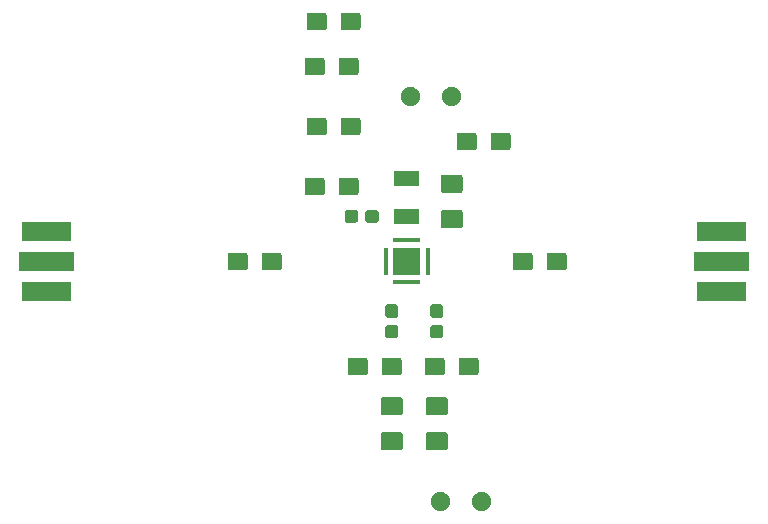
<source format=gbr>
G04 #@! TF.GenerationSoftware,KiCad,Pcbnew,5.1.2-f72e74a~84~ubuntu18.04.1*
G04 #@! TF.CreationDate,2019-07-08T14:48:41+02:00*
G04 #@! TF.ProjectId,ampli_rf_kicad,616d706c-695f-4726-965f-6b696361642e,rev?*
G04 #@! TF.SameCoordinates,Original*
G04 #@! TF.FileFunction,Soldermask,Top*
G04 #@! TF.FilePolarity,Negative*
%FSLAX46Y46*%
G04 Gerber Fmt 4.6, Leading zero omitted, Abs format (unit mm)*
G04 Created by KiCad (PCBNEW 5.1.2-f72e74a~84~ubuntu18.04.1) date 2019-07-08 14:48:41*
%MOMM*%
%LPD*%
G04 APERTURE LIST*
%ADD10C,0.100000*%
G04 APERTURE END LIST*
D10*
G36*
X153907142Y-143998242D02*
G01*
X154055101Y-144059529D01*
X154188255Y-144148499D01*
X154301501Y-144261745D01*
X154390471Y-144394899D01*
X154451758Y-144542858D01*
X154483000Y-144699925D01*
X154483000Y-144860075D01*
X154451758Y-145017142D01*
X154390471Y-145165101D01*
X154301501Y-145298255D01*
X154188255Y-145411501D01*
X154055101Y-145500471D01*
X153907142Y-145561758D01*
X153750075Y-145593000D01*
X153589925Y-145593000D01*
X153432858Y-145561758D01*
X153284899Y-145500471D01*
X153151745Y-145411501D01*
X153038499Y-145298255D01*
X152949529Y-145165101D01*
X152888242Y-145017142D01*
X152857000Y-144860075D01*
X152857000Y-144699925D01*
X152888242Y-144542858D01*
X152949529Y-144394899D01*
X153038499Y-144261745D01*
X153151745Y-144148499D01*
X153284899Y-144059529D01*
X153432858Y-143998242D01*
X153589925Y-143967000D01*
X153750075Y-143967000D01*
X153907142Y-143998242D01*
X153907142Y-143998242D01*
G37*
G36*
X150407142Y-143998242D02*
G01*
X150555101Y-144059529D01*
X150688255Y-144148499D01*
X150801501Y-144261745D01*
X150890471Y-144394899D01*
X150951758Y-144542858D01*
X150983000Y-144699925D01*
X150983000Y-144860075D01*
X150951758Y-145017142D01*
X150890471Y-145165101D01*
X150801501Y-145298255D01*
X150688255Y-145411501D01*
X150555101Y-145500471D01*
X150407142Y-145561758D01*
X150250075Y-145593000D01*
X150089925Y-145593000D01*
X149932858Y-145561758D01*
X149784899Y-145500471D01*
X149651745Y-145411501D01*
X149538499Y-145298255D01*
X149449529Y-145165101D01*
X149388242Y-145017142D01*
X149357000Y-144860075D01*
X149357000Y-144699925D01*
X149388242Y-144542858D01*
X149449529Y-144394899D01*
X149538499Y-144261745D01*
X149651745Y-144148499D01*
X149784899Y-144059529D01*
X149932858Y-143998242D01*
X150089925Y-143967000D01*
X150250075Y-143967000D01*
X150407142Y-143998242D01*
X150407142Y-143998242D01*
G37*
G36*
X146825562Y-138940681D02*
G01*
X146860481Y-138951274D01*
X146892663Y-138968476D01*
X146920873Y-138991627D01*
X146944024Y-139019837D01*
X146961226Y-139052019D01*
X146971819Y-139086938D01*
X146976000Y-139129395D01*
X146976000Y-140270605D01*
X146971819Y-140313062D01*
X146961226Y-140347981D01*
X146944024Y-140380163D01*
X146920873Y-140408373D01*
X146892663Y-140431524D01*
X146860481Y-140448726D01*
X146825562Y-140459319D01*
X146783105Y-140463500D01*
X145316895Y-140463500D01*
X145274438Y-140459319D01*
X145239519Y-140448726D01*
X145207337Y-140431524D01*
X145179127Y-140408373D01*
X145155976Y-140380163D01*
X145138774Y-140347981D01*
X145128181Y-140313062D01*
X145124000Y-140270605D01*
X145124000Y-139129395D01*
X145128181Y-139086938D01*
X145138774Y-139052019D01*
X145155976Y-139019837D01*
X145179127Y-138991627D01*
X145207337Y-138968476D01*
X145239519Y-138951274D01*
X145274438Y-138940681D01*
X145316895Y-138936500D01*
X146783105Y-138936500D01*
X146825562Y-138940681D01*
X146825562Y-138940681D01*
G37*
G36*
X150635562Y-138940681D02*
G01*
X150670481Y-138951274D01*
X150702663Y-138968476D01*
X150730873Y-138991627D01*
X150754024Y-139019837D01*
X150771226Y-139052019D01*
X150781819Y-139086938D01*
X150786000Y-139129395D01*
X150786000Y-140270605D01*
X150781819Y-140313062D01*
X150771226Y-140347981D01*
X150754024Y-140380163D01*
X150730873Y-140408373D01*
X150702663Y-140431524D01*
X150670481Y-140448726D01*
X150635562Y-140459319D01*
X150593105Y-140463500D01*
X149126895Y-140463500D01*
X149084438Y-140459319D01*
X149049519Y-140448726D01*
X149017337Y-140431524D01*
X148989127Y-140408373D01*
X148965976Y-140380163D01*
X148948774Y-140347981D01*
X148938181Y-140313062D01*
X148934000Y-140270605D01*
X148934000Y-139129395D01*
X148938181Y-139086938D01*
X148948774Y-139052019D01*
X148965976Y-139019837D01*
X148989127Y-138991627D01*
X149017337Y-138968476D01*
X149049519Y-138951274D01*
X149084438Y-138940681D01*
X149126895Y-138936500D01*
X150593105Y-138936500D01*
X150635562Y-138940681D01*
X150635562Y-138940681D01*
G37*
G36*
X150635562Y-135965681D02*
G01*
X150670481Y-135976274D01*
X150702663Y-135993476D01*
X150730873Y-136016627D01*
X150754024Y-136044837D01*
X150771226Y-136077019D01*
X150781819Y-136111938D01*
X150786000Y-136154395D01*
X150786000Y-137295605D01*
X150781819Y-137338062D01*
X150771226Y-137372981D01*
X150754024Y-137405163D01*
X150730873Y-137433373D01*
X150702663Y-137456524D01*
X150670481Y-137473726D01*
X150635562Y-137484319D01*
X150593105Y-137488500D01*
X149126895Y-137488500D01*
X149084438Y-137484319D01*
X149049519Y-137473726D01*
X149017337Y-137456524D01*
X148989127Y-137433373D01*
X148965976Y-137405163D01*
X148948774Y-137372981D01*
X148938181Y-137338062D01*
X148934000Y-137295605D01*
X148934000Y-136154395D01*
X148938181Y-136111938D01*
X148948774Y-136077019D01*
X148965976Y-136044837D01*
X148989127Y-136016627D01*
X149017337Y-135993476D01*
X149049519Y-135976274D01*
X149084438Y-135965681D01*
X149126895Y-135961500D01*
X150593105Y-135961500D01*
X150635562Y-135965681D01*
X150635562Y-135965681D01*
G37*
G36*
X146825562Y-135965681D02*
G01*
X146860481Y-135976274D01*
X146892663Y-135993476D01*
X146920873Y-136016627D01*
X146944024Y-136044837D01*
X146961226Y-136077019D01*
X146971819Y-136111938D01*
X146976000Y-136154395D01*
X146976000Y-137295605D01*
X146971819Y-137338062D01*
X146961226Y-137372981D01*
X146944024Y-137405163D01*
X146920873Y-137433373D01*
X146892663Y-137456524D01*
X146860481Y-137473726D01*
X146825562Y-137484319D01*
X146783105Y-137488500D01*
X145316895Y-137488500D01*
X145274438Y-137484319D01*
X145239519Y-137473726D01*
X145207337Y-137456524D01*
X145179127Y-137433373D01*
X145155976Y-137405163D01*
X145138774Y-137372981D01*
X145128181Y-137338062D01*
X145124000Y-137295605D01*
X145124000Y-136154395D01*
X145128181Y-136111938D01*
X145138774Y-136077019D01*
X145155976Y-136044837D01*
X145179127Y-136016627D01*
X145207337Y-135993476D01*
X145239519Y-135976274D01*
X145274438Y-135965681D01*
X145316895Y-135961500D01*
X146783105Y-135961500D01*
X146825562Y-135965681D01*
X146825562Y-135965681D01*
G37*
G36*
X153252798Y-132628247D02*
G01*
X153288367Y-132639037D01*
X153321139Y-132656554D01*
X153349869Y-132680131D01*
X153373446Y-132708861D01*
X153390963Y-132741633D01*
X153401753Y-132777202D01*
X153406000Y-132820325D01*
X153406000Y-133879675D01*
X153401753Y-133922798D01*
X153390963Y-133958367D01*
X153373446Y-133991139D01*
X153349869Y-134019869D01*
X153321139Y-134043446D01*
X153288367Y-134060963D01*
X153252798Y-134071753D01*
X153209675Y-134076000D01*
X151925325Y-134076000D01*
X151882202Y-134071753D01*
X151846633Y-134060963D01*
X151813861Y-134043446D01*
X151785131Y-134019869D01*
X151761554Y-133991139D01*
X151744037Y-133958367D01*
X151733247Y-133922798D01*
X151729000Y-133879675D01*
X151729000Y-132820325D01*
X151733247Y-132777202D01*
X151744037Y-132741633D01*
X151761554Y-132708861D01*
X151785131Y-132680131D01*
X151813861Y-132656554D01*
X151846633Y-132639037D01*
X151882202Y-132628247D01*
X151925325Y-132624000D01*
X153209675Y-132624000D01*
X153252798Y-132628247D01*
X153252798Y-132628247D01*
G37*
G36*
X150377798Y-132628247D02*
G01*
X150413367Y-132639037D01*
X150446139Y-132656554D01*
X150474869Y-132680131D01*
X150498446Y-132708861D01*
X150515963Y-132741633D01*
X150526753Y-132777202D01*
X150531000Y-132820325D01*
X150531000Y-133879675D01*
X150526753Y-133922798D01*
X150515963Y-133958367D01*
X150498446Y-133991139D01*
X150474869Y-134019869D01*
X150446139Y-134043446D01*
X150413367Y-134060963D01*
X150377798Y-134071753D01*
X150334675Y-134076000D01*
X149050325Y-134076000D01*
X149007202Y-134071753D01*
X148971633Y-134060963D01*
X148938861Y-134043446D01*
X148910131Y-134019869D01*
X148886554Y-133991139D01*
X148869037Y-133958367D01*
X148858247Y-133922798D01*
X148854000Y-133879675D01*
X148854000Y-132820325D01*
X148858247Y-132777202D01*
X148869037Y-132741633D01*
X148886554Y-132708861D01*
X148910131Y-132680131D01*
X148938861Y-132656554D01*
X148971633Y-132639037D01*
X149007202Y-132628247D01*
X149050325Y-132624000D01*
X150334675Y-132624000D01*
X150377798Y-132628247D01*
X150377798Y-132628247D01*
G37*
G36*
X143860298Y-132628247D02*
G01*
X143895867Y-132639037D01*
X143928639Y-132656554D01*
X143957369Y-132680131D01*
X143980946Y-132708861D01*
X143998463Y-132741633D01*
X144009253Y-132777202D01*
X144013500Y-132820325D01*
X144013500Y-133879675D01*
X144009253Y-133922798D01*
X143998463Y-133958367D01*
X143980946Y-133991139D01*
X143957369Y-134019869D01*
X143928639Y-134043446D01*
X143895867Y-134060963D01*
X143860298Y-134071753D01*
X143817175Y-134076000D01*
X142532825Y-134076000D01*
X142489702Y-134071753D01*
X142454133Y-134060963D01*
X142421361Y-134043446D01*
X142392631Y-134019869D01*
X142369054Y-133991139D01*
X142351537Y-133958367D01*
X142340747Y-133922798D01*
X142336500Y-133879675D01*
X142336500Y-132820325D01*
X142340747Y-132777202D01*
X142351537Y-132741633D01*
X142369054Y-132708861D01*
X142392631Y-132680131D01*
X142421361Y-132656554D01*
X142454133Y-132639037D01*
X142489702Y-132628247D01*
X142532825Y-132624000D01*
X143817175Y-132624000D01*
X143860298Y-132628247D01*
X143860298Y-132628247D01*
G37*
G36*
X146735298Y-132628247D02*
G01*
X146770867Y-132639037D01*
X146803639Y-132656554D01*
X146832369Y-132680131D01*
X146855946Y-132708861D01*
X146873463Y-132741633D01*
X146884253Y-132777202D01*
X146888500Y-132820325D01*
X146888500Y-133879675D01*
X146884253Y-133922798D01*
X146873463Y-133958367D01*
X146855946Y-133991139D01*
X146832369Y-134019869D01*
X146803639Y-134043446D01*
X146770867Y-134060963D01*
X146735298Y-134071753D01*
X146692175Y-134076000D01*
X145407825Y-134076000D01*
X145364702Y-134071753D01*
X145329133Y-134060963D01*
X145296361Y-134043446D01*
X145267631Y-134019869D01*
X145244054Y-133991139D01*
X145226537Y-133958367D01*
X145215747Y-133922798D01*
X145211500Y-133879675D01*
X145211500Y-132820325D01*
X145215747Y-132777202D01*
X145226537Y-132741633D01*
X145244054Y-132708861D01*
X145267631Y-132680131D01*
X145296361Y-132656554D01*
X145329133Y-132639037D01*
X145364702Y-132628247D01*
X145407825Y-132624000D01*
X146692175Y-132624000D01*
X146735298Y-132628247D01*
X146735298Y-132628247D01*
G37*
G36*
X150224499Y-129843445D02*
G01*
X150261995Y-129854820D01*
X150296554Y-129873292D01*
X150326847Y-129898153D01*
X150351708Y-129928446D01*
X150370180Y-129963005D01*
X150381555Y-130000501D01*
X150386000Y-130045638D01*
X150386000Y-130784362D01*
X150381555Y-130829499D01*
X150370180Y-130866995D01*
X150351708Y-130901554D01*
X150326847Y-130931847D01*
X150296554Y-130956708D01*
X150261995Y-130975180D01*
X150224499Y-130986555D01*
X150179362Y-130991000D01*
X149540638Y-130991000D01*
X149495501Y-130986555D01*
X149458005Y-130975180D01*
X149423446Y-130956708D01*
X149393153Y-130931847D01*
X149368292Y-130901554D01*
X149349820Y-130866995D01*
X149338445Y-130829499D01*
X149334000Y-130784362D01*
X149334000Y-130045638D01*
X149338445Y-130000501D01*
X149349820Y-129963005D01*
X149368292Y-129928446D01*
X149393153Y-129898153D01*
X149423446Y-129873292D01*
X149458005Y-129854820D01*
X149495501Y-129843445D01*
X149540638Y-129839000D01*
X150179362Y-129839000D01*
X150224499Y-129843445D01*
X150224499Y-129843445D01*
G37*
G36*
X146414499Y-129843445D02*
G01*
X146451995Y-129854820D01*
X146486554Y-129873292D01*
X146516847Y-129898153D01*
X146541708Y-129928446D01*
X146560180Y-129963005D01*
X146571555Y-130000501D01*
X146576000Y-130045638D01*
X146576000Y-130784362D01*
X146571555Y-130829499D01*
X146560180Y-130866995D01*
X146541708Y-130901554D01*
X146516847Y-130931847D01*
X146486554Y-130956708D01*
X146451995Y-130975180D01*
X146414499Y-130986555D01*
X146369362Y-130991000D01*
X145730638Y-130991000D01*
X145685501Y-130986555D01*
X145648005Y-130975180D01*
X145613446Y-130956708D01*
X145583153Y-130931847D01*
X145558292Y-130901554D01*
X145539820Y-130866995D01*
X145528445Y-130829499D01*
X145524000Y-130784362D01*
X145524000Y-130045638D01*
X145528445Y-130000501D01*
X145539820Y-129963005D01*
X145558292Y-129928446D01*
X145583153Y-129898153D01*
X145613446Y-129873292D01*
X145648005Y-129854820D01*
X145685501Y-129843445D01*
X145730638Y-129839000D01*
X146369362Y-129839000D01*
X146414499Y-129843445D01*
X146414499Y-129843445D01*
G37*
G36*
X150224499Y-128093445D02*
G01*
X150261995Y-128104820D01*
X150296554Y-128123292D01*
X150326847Y-128148153D01*
X150351708Y-128178446D01*
X150370180Y-128213005D01*
X150381555Y-128250501D01*
X150386000Y-128295638D01*
X150386000Y-129034362D01*
X150381555Y-129079499D01*
X150370180Y-129116995D01*
X150351708Y-129151554D01*
X150326847Y-129181847D01*
X150296554Y-129206708D01*
X150261995Y-129225180D01*
X150224499Y-129236555D01*
X150179362Y-129241000D01*
X149540638Y-129241000D01*
X149495501Y-129236555D01*
X149458005Y-129225180D01*
X149423446Y-129206708D01*
X149393153Y-129181847D01*
X149368292Y-129151554D01*
X149349820Y-129116995D01*
X149338445Y-129079499D01*
X149334000Y-129034362D01*
X149334000Y-128295638D01*
X149338445Y-128250501D01*
X149349820Y-128213005D01*
X149368292Y-128178446D01*
X149393153Y-128148153D01*
X149423446Y-128123292D01*
X149458005Y-128104820D01*
X149495501Y-128093445D01*
X149540638Y-128089000D01*
X150179362Y-128089000D01*
X150224499Y-128093445D01*
X150224499Y-128093445D01*
G37*
G36*
X146414499Y-128093445D02*
G01*
X146451995Y-128104820D01*
X146486554Y-128123292D01*
X146516847Y-128148153D01*
X146541708Y-128178446D01*
X146560180Y-128213005D01*
X146571555Y-128250501D01*
X146576000Y-128295638D01*
X146576000Y-129034362D01*
X146571555Y-129079499D01*
X146560180Y-129116995D01*
X146541708Y-129151554D01*
X146516847Y-129181847D01*
X146486554Y-129206708D01*
X146451995Y-129225180D01*
X146414499Y-129236555D01*
X146369362Y-129241000D01*
X145730638Y-129241000D01*
X145685501Y-129236555D01*
X145648005Y-129225180D01*
X145613446Y-129206708D01*
X145583153Y-129181847D01*
X145558292Y-129151554D01*
X145539820Y-129116995D01*
X145528445Y-129079499D01*
X145524000Y-129034362D01*
X145524000Y-128295638D01*
X145528445Y-128250501D01*
X145539820Y-128213005D01*
X145558292Y-128178446D01*
X145583153Y-128148153D01*
X145613446Y-128123292D01*
X145648005Y-128104820D01*
X145685501Y-128093445D01*
X145730638Y-128089000D01*
X146369362Y-128089000D01*
X146414499Y-128093445D01*
X146414499Y-128093445D01*
G37*
G36*
X176071000Y-127811000D02*
G01*
X171909000Y-127811000D01*
X171909000Y-126189000D01*
X176071000Y-126189000D01*
X176071000Y-127811000D01*
X176071000Y-127811000D01*
G37*
G36*
X118921000Y-127811000D02*
G01*
X114759000Y-127811000D01*
X114759000Y-126189000D01*
X118921000Y-126189000D01*
X118921000Y-127811000D01*
X118921000Y-127811000D01*
G37*
G36*
X148486000Y-126411000D02*
G01*
X146154000Y-126411000D01*
X146154000Y-126079000D01*
X148486000Y-126079000D01*
X148486000Y-126411000D01*
X148486000Y-126411000D01*
G37*
G36*
X145701000Y-125626000D02*
G01*
X145369000Y-125626000D01*
X145369000Y-123294000D01*
X145701000Y-123294000D01*
X145701000Y-125626000D01*
X145701000Y-125626000D01*
G37*
G36*
X149271000Y-125626000D02*
G01*
X148939000Y-125626000D01*
X148939000Y-123294000D01*
X149271000Y-123294000D01*
X149271000Y-125626000D01*
X149271000Y-125626000D01*
G37*
G36*
X148446000Y-125586000D02*
G01*
X146194000Y-125586000D01*
X146194000Y-123334000D01*
X148446000Y-123334000D01*
X148446000Y-125586000D01*
X148446000Y-125586000D01*
G37*
G36*
X176341000Y-125271000D02*
G01*
X171639000Y-125271000D01*
X171639000Y-123649000D01*
X176341000Y-123649000D01*
X176341000Y-125271000D01*
X176341000Y-125271000D01*
G37*
G36*
X119191000Y-125271000D02*
G01*
X114489000Y-125271000D01*
X114489000Y-123649000D01*
X119191000Y-123649000D01*
X119191000Y-125271000D01*
X119191000Y-125271000D01*
G37*
G36*
X160705298Y-123738247D02*
G01*
X160740867Y-123749037D01*
X160773639Y-123766554D01*
X160802369Y-123790131D01*
X160825946Y-123818861D01*
X160843463Y-123851633D01*
X160854253Y-123887202D01*
X160858500Y-123930325D01*
X160858500Y-124989675D01*
X160854253Y-125032798D01*
X160843463Y-125068367D01*
X160825946Y-125101139D01*
X160802369Y-125129869D01*
X160773639Y-125153446D01*
X160740867Y-125170963D01*
X160705298Y-125181753D01*
X160662175Y-125186000D01*
X159377825Y-125186000D01*
X159334702Y-125181753D01*
X159299133Y-125170963D01*
X159266361Y-125153446D01*
X159237631Y-125129869D01*
X159214054Y-125101139D01*
X159196537Y-125068367D01*
X159185747Y-125032798D01*
X159181500Y-124989675D01*
X159181500Y-123930325D01*
X159185747Y-123887202D01*
X159196537Y-123851633D01*
X159214054Y-123818861D01*
X159237631Y-123790131D01*
X159266361Y-123766554D01*
X159299133Y-123749037D01*
X159334702Y-123738247D01*
X159377825Y-123734000D01*
X160662175Y-123734000D01*
X160705298Y-123738247D01*
X160705298Y-123738247D01*
G37*
G36*
X133700298Y-123738247D02*
G01*
X133735867Y-123749037D01*
X133768639Y-123766554D01*
X133797369Y-123790131D01*
X133820946Y-123818861D01*
X133838463Y-123851633D01*
X133849253Y-123887202D01*
X133853500Y-123930325D01*
X133853500Y-124989675D01*
X133849253Y-125032798D01*
X133838463Y-125068367D01*
X133820946Y-125101139D01*
X133797369Y-125129869D01*
X133768639Y-125153446D01*
X133735867Y-125170963D01*
X133700298Y-125181753D01*
X133657175Y-125186000D01*
X132372825Y-125186000D01*
X132329702Y-125181753D01*
X132294133Y-125170963D01*
X132261361Y-125153446D01*
X132232631Y-125129869D01*
X132209054Y-125101139D01*
X132191537Y-125068367D01*
X132180747Y-125032798D01*
X132176500Y-124989675D01*
X132176500Y-123930325D01*
X132180747Y-123887202D01*
X132191537Y-123851633D01*
X132209054Y-123818861D01*
X132232631Y-123790131D01*
X132261361Y-123766554D01*
X132294133Y-123749037D01*
X132329702Y-123738247D01*
X132372825Y-123734000D01*
X133657175Y-123734000D01*
X133700298Y-123738247D01*
X133700298Y-123738247D01*
G37*
G36*
X157830298Y-123738247D02*
G01*
X157865867Y-123749037D01*
X157898639Y-123766554D01*
X157927369Y-123790131D01*
X157950946Y-123818861D01*
X157968463Y-123851633D01*
X157979253Y-123887202D01*
X157983500Y-123930325D01*
X157983500Y-124989675D01*
X157979253Y-125032798D01*
X157968463Y-125068367D01*
X157950946Y-125101139D01*
X157927369Y-125129869D01*
X157898639Y-125153446D01*
X157865867Y-125170963D01*
X157830298Y-125181753D01*
X157787175Y-125186000D01*
X156502825Y-125186000D01*
X156459702Y-125181753D01*
X156424133Y-125170963D01*
X156391361Y-125153446D01*
X156362631Y-125129869D01*
X156339054Y-125101139D01*
X156321537Y-125068367D01*
X156310747Y-125032798D01*
X156306500Y-124989675D01*
X156306500Y-123930325D01*
X156310747Y-123887202D01*
X156321537Y-123851633D01*
X156339054Y-123818861D01*
X156362631Y-123790131D01*
X156391361Y-123766554D01*
X156424133Y-123749037D01*
X156459702Y-123738247D01*
X156502825Y-123734000D01*
X157787175Y-123734000D01*
X157830298Y-123738247D01*
X157830298Y-123738247D01*
G37*
G36*
X136575298Y-123738247D02*
G01*
X136610867Y-123749037D01*
X136643639Y-123766554D01*
X136672369Y-123790131D01*
X136695946Y-123818861D01*
X136713463Y-123851633D01*
X136724253Y-123887202D01*
X136728500Y-123930325D01*
X136728500Y-124989675D01*
X136724253Y-125032798D01*
X136713463Y-125068367D01*
X136695946Y-125101139D01*
X136672369Y-125129869D01*
X136643639Y-125153446D01*
X136610867Y-125170963D01*
X136575298Y-125181753D01*
X136532175Y-125186000D01*
X135247825Y-125186000D01*
X135204702Y-125181753D01*
X135169133Y-125170963D01*
X135136361Y-125153446D01*
X135107631Y-125129869D01*
X135084054Y-125101139D01*
X135066537Y-125068367D01*
X135055747Y-125032798D01*
X135051500Y-124989675D01*
X135051500Y-123930325D01*
X135055747Y-123887202D01*
X135066537Y-123851633D01*
X135084054Y-123818861D01*
X135107631Y-123790131D01*
X135136361Y-123766554D01*
X135169133Y-123749037D01*
X135204702Y-123738247D01*
X135247825Y-123734000D01*
X136532175Y-123734000D01*
X136575298Y-123738247D01*
X136575298Y-123738247D01*
G37*
G36*
X148486000Y-122841000D02*
G01*
X146154000Y-122841000D01*
X146154000Y-122509000D01*
X148486000Y-122509000D01*
X148486000Y-122841000D01*
X148486000Y-122841000D01*
G37*
G36*
X176071000Y-122731000D02*
G01*
X171909000Y-122731000D01*
X171909000Y-121109000D01*
X176071000Y-121109000D01*
X176071000Y-122731000D01*
X176071000Y-122731000D01*
G37*
G36*
X118921000Y-122731000D02*
G01*
X114759000Y-122731000D01*
X114759000Y-121109000D01*
X118921000Y-121109000D01*
X118921000Y-122731000D01*
X118921000Y-122731000D01*
G37*
G36*
X151905562Y-120108181D02*
G01*
X151940481Y-120118774D01*
X151972663Y-120135976D01*
X152000873Y-120159127D01*
X152024024Y-120187337D01*
X152041226Y-120219519D01*
X152051819Y-120254438D01*
X152056000Y-120296895D01*
X152056000Y-121438105D01*
X152051819Y-121480562D01*
X152041226Y-121515481D01*
X152024024Y-121547663D01*
X152000873Y-121575873D01*
X151972663Y-121599024D01*
X151940481Y-121616226D01*
X151905562Y-121626819D01*
X151863105Y-121631000D01*
X150396895Y-121631000D01*
X150354438Y-121626819D01*
X150319519Y-121616226D01*
X150287337Y-121599024D01*
X150259127Y-121575873D01*
X150235976Y-121547663D01*
X150218774Y-121515481D01*
X150208181Y-121480562D01*
X150204000Y-121438105D01*
X150204000Y-120296895D01*
X150208181Y-120254438D01*
X150218774Y-120219519D01*
X150235976Y-120187337D01*
X150259127Y-120159127D01*
X150287337Y-120135976D01*
X150319519Y-120118774D01*
X150354438Y-120108181D01*
X150396895Y-120104000D01*
X151863105Y-120104000D01*
X151905562Y-120108181D01*
X151905562Y-120108181D01*
G37*
G36*
X148371000Y-121301000D02*
G01*
X146269000Y-121301000D01*
X146269000Y-119999000D01*
X148371000Y-119999000D01*
X148371000Y-121301000D01*
X148371000Y-121301000D01*
G37*
G36*
X143049499Y-120128445D02*
G01*
X143086995Y-120139820D01*
X143121554Y-120158292D01*
X143151847Y-120183153D01*
X143176708Y-120213446D01*
X143195180Y-120248005D01*
X143206555Y-120285501D01*
X143211000Y-120330638D01*
X143211000Y-120969362D01*
X143206555Y-121014499D01*
X143195180Y-121051995D01*
X143176708Y-121086554D01*
X143151847Y-121116847D01*
X143121554Y-121141708D01*
X143086995Y-121160180D01*
X143049499Y-121171555D01*
X143004362Y-121176000D01*
X142265638Y-121176000D01*
X142220501Y-121171555D01*
X142183005Y-121160180D01*
X142148446Y-121141708D01*
X142118153Y-121116847D01*
X142093292Y-121086554D01*
X142074820Y-121051995D01*
X142063445Y-121014499D01*
X142059000Y-120969362D01*
X142059000Y-120330638D01*
X142063445Y-120285501D01*
X142074820Y-120248005D01*
X142093292Y-120213446D01*
X142118153Y-120183153D01*
X142148446Y-120158292D01*
X142183005Y-120139820D01*
X142220501Y-120128445D01*
X142265638Y-120124000D01*
X143004362Y-120124000D01*
X143049499Y-120128445D01*
X143049499Y-120128445D01*
G37*
G36*
X144799499Y-120128445D02*
G01*
X144836995Y-120139820D01*
X144871554Y-120158292D01*
X144901847Y-120183153D01*
X144926708Y-120213446D01*
X144945180Y-120248005D01*
X144956555Y-120285501D01*
X144961000Y-120330638D01*
X144961000Y-120969362D01*
X144956555Y-121014499D01*
X144945180Y-121051995D01*
X144926708Y-121086554D01*
X144901847Y-121116847D01*
X144871554Y-121141708D01*
X144836995Y-121160180D01*
X144799499Y-121171555D01*
X144754362Y-121176000D01*
X144015638Y-121176000D01*
X143970501Y-121171555D01*
X143933005Y-121160180D01*
X143898446Y-121141708D01*
X143868153Y-121116847D01*
X143843292Y-121086554D01*
X143824820Y-121051995D01*
X143813445Y-121014499D01*
X143809000Y-120969362D01*
X143809000Y-120330638D01*
X143813445Y-120285501D01*
X143824820Y-120248005D01*
X143843292Y-120213446D01*
X143868153Y-120183153D01*
X143898446Y-120158292D01*
X143933005Y-120139820D01*
X143970501Y-120128445D01*
X144015638Y-120124000D01*
X144754362Y-120124000D01*
X144799499Y-120128445D01*
X144799499Y-120128445D01*
G37*
G36*
X143092798Y-117388247D02*
G01*
X143128367Y-117399037D01*
X143161139Y-117416554D01*
X143189869Y-117440131D01*
X143213446Y-117468861D01*
X143230963Y-117501633D01*
X143241753Y-117537202D01*
X143246000Y-117580325D01*
X143246000Y-118639675D01*
X143241753Y-118682798D01*
X143230963Y-118718367D01*
X143213446Y-118751139D01*
X143189869Y-118779869D01*
X143161139Y-118803446D01*
X143128367Y-118820963D01*
X143092798Y-118831753D01*
X143049675Y-118836000D01*
X141765325Y-118836000D01*
X141722202Y-118831753D01*
X141686633Y-118820963D01*
X141653861Y-118803446D01*
X141625131Y-118779869D01*
X141601554Y-118751139D01*
X141584037Y-118718367D01*
X141573247Y-118682798D01*
X141569000Y-118639675D01*
X141569000Y-117580325D01*
X141573247Y-117537202D01*
X141584037Y-117501633D01*
X141601554Y-117468861D01*
X141625131Y-117440131D01*
X141653861Y-117416554D01*
X141686633Y-117399037D01*
X141722202Y-117388247D01*
X141765325Y-117384000D01*
X143049675Y-117384000D01*
X143092798Y-117388247D01*
X143092798Y-117388247D01*
G37*
G36*
X140217798Y-117388247D02*
G01*
X140253367Y-117399037D01*
X140286139Y-117416554D01*
X140314869Y-117440131D01*
X140338446Y-117468861D01*
X140355963Y-117501633D01*
X140366753Y-117537202D01*
X140371000Y-117580325D01*
X140371000Y-118639675D01*
X140366753Y-118682798D01*
X140355963Y-118718367D01*
X140338446Y-118751139D01*
X140314869Y-118779869D01*
X140286139Y-118803446D01*
X140253367Y-118820963D01*
X140217798Y-118831753D01*
X140174675Y-118836000D01*
X138890325Y-118836000D01*
X138847202Y-118831753D01*
X138811633Y-118820963D01*
X138778861Y-118803446D01*
X138750131Y-118779869D01*
X138726554Y-118751139D01*
X138709037Y-118718367D01*
X138698247Y-118682798D01*
X138694000Y-118639675D01*
X138694000Y-117580325D01*
X138698247Y-117537202D01*
X138709037Y-117501633D01*
X138726554Y-117468861D01*
X138750131Y-117440131D01*
X138778861Y-117416554D01*
X138811633Y-117399037D01*
X138847202Y-117388247D01*
X138890325Y-117384000D01*
X140174675Y-117384000D01*
X140217798Y-117388247D01*
X140217798Y-117388247D01*
G37*
G36*
X151905562Y-117133181D02*
G01*
X151940481Y-117143774D01*
X151972663Y-117160976D01*
X152000873Y-117184127D01*
X152024024Y-117212337D01*
X152041226Y-117244519D01*
X152051819Y-117279438D01*
X152056000Y-117321895D01*
X152056000Y-118463105D01*
X152051819Y-118505562D01*
X152041226Y-118540481D01*
X152024024Y-118572663D01*
X152000873Y-118600873D01*
X151972663Y-118624024D01*
X151940481Y-118641226D01*
X151905562Y-118651819D01*
X151863105Y-118656000D01*
X150396895Y-118656000D01*
X150354438Y-118651819D01*
X150319519Y-118641226D01*
X150287337Y-118624024D01*
X150259127Y-118600873D01*
X150235976Y-118572663D01*
X150218774Y-118540481D01*
X150208181Y-118505562D01*
X150204000Y-118463105D01*
X150204000Y-117321895D01*
X150208181Y-117279438D01*
X150218774Y-117244519D01*
X150235976Y-117212337D01*
X150259127Y-117184127D01*
X150287337Y-117160976D01*
X150319519Y-117143774D01*
X150354438Y-117133181D01*
X150396895Y-117129000D01*
X151863105Y-117129000D01*
X151905562Y-117133181D01*
X151905562Y-117133181D01*
G37*
G36*
X148371000Y-118101000D02*
G01*
X146269000Y-118101000D01*
X146269000Y-116799000D01*
X148371000Y-116799000D01*
X148371000Y-118101000D01*
X148371000Y-118101000D01*
G37*
G36*
X155960298Y-113578247D02*
G01*
X155995867Y-113589037D01*
X156028639Y-113606554D01*
X156057369Y-113630131D01*
X156080946Y-113658861D01*
X156098463Y-113691633D01*
X156109253Y-113727202D01*
X156113500Y-113770325D01*
X156113500Y-114829675D01*
X156109253Y-114872798D01*
X156098463Y-114908367D01*
X156080946Y-114941139D01*
X156057369Y-114969869D01*
X156028639Y-114993446D01*
X155995867Y-115010963D01*
X155960298Y-115021753D01*
X155917175Y-115026000D01*
X154632825Y-115026000D01*
X154589702Y-115021753D01*
X154554133Y-115010963D01*
X154521361Y-114993446D01*
X154492631Y-114969869D01*
X154469054Y-114941139D01*
X154451537Y-114908367D01*
X154440747Y-114872798D01*
X154436500Y-114829675D01*
X154436500Y-113770325D01*
X154440747Y-113727202D01*
X154451537Y-113691633D01*
X154469054Y-113658861D01*
X154492631Y-113630131D01*
X154521361Y-113606554D01*
X154554133Y-113589037D01*
X154589702Y-113578247D01*
X154632825Y-113574000D01*
X155917175Y-113574000D01*
X155960298Y-113578247D01*
X155960298Y-113578247D01*
G37*
G36*
X153085298Y-113578247D02*
G01*
X153120867Y-113589037D01*
X153153639Y-113606554D01*
X153182369Y-113630131D01*
X153205946Y-113658861D01*
X153223463Y-113691633D01*
X153234253Y-113727202D01*
X153238500Y-113770325D01*
X153238500Y-114829675D01*
X153234253Y-114872798D01*
X153223463Y-114908367D01*
X153205946Y-114941139D01*
X153182369Y-114969869D01*
X153153639Y-114993446D01*
X153120867Y-115010963D01*
X153085298Y-115021753D01*
X153042175Y-115026000D01*
X151757825Y-115026000D01*
X151714702Y-115021753D01*
X151679133Y-115010963D01*
X151646361Y-114993446D01*
X151617631Y-114969869D01*
X151594054Y-114941139D01*
X151576537Y-114908367D01*
X151565747Y-114872798D01*
X151561500Y-114829675D01*
X151561500Y-113770325D01*
X151565747Y-113727202D01*
X151576537Y-113691633D01*
X151594054Y-113658861D01*
X151617631Y-113630131D01*
X151646361Y-113606554D01*
X151679133Y-113589037D01*
X151714702Y-113578247D01*
X151757825Y-113574000D01*
X153042175Y-113574000D01*
X153085298Y-113578247D01*
X153085298Y-113578247D01*
G37*
G36*
X140385298Y-112308247D02*
G01*
X140420867Y-112319037D01*
X140453639Y-112336554D01*
X140482369Y-112360131D01*
X140505946Y-112388861D01*
X140523463Y-112421633D01*
X140534253Y-112457202D01*
X140538500Y-112500325D01*
X140538500Y-113559675D01*
X140534253Y-113602798D01*
X140523463Y-113638367D01*
X140505946Y-113671139D01*
X140482369Y-113699869D01*
X140453639Y-113723446D01*
X140420867Y-113740963D01*
X140385298Y-113751753D01*
X140342175Y-113756000D01*
X139057825Y-113756000D01*
X139014702Y-113751753D01*
X138979133Y-113740963D01*
X138946361Y-113723446D01*
X138917631Y-113699869D01*
X138894054Y-113671139D01*
X138876537Y-113638367D01*
X138865747Y-113602798D01*
X138861500Y-113559675D01*
X138861500Y-112500325D01*
X138865747Y-112457202D01*
X138876537Y-112421633D01*
X138894054Y-112388861D01*
X138917631Y-112360131D01*
X138946361Y-112336554D01*
X138979133Y-112319037D01*
X139014702Y-112308247D01*
X139057825Y-112304000D01*
X140342175Y-112304000D01*
X140385298Y-112308247D01*
X140385298Y-112308247D01*
G37*
G36*
X143260298Y-112308247D02*
G01*
X143295867Y-112319037D01*
X143328639Y-112336554D01*
X143357369Y-112360131D01*
X143380946Y-112388861D01*
X143398463Y-112421633D01*
X143409253Y-112457202D01*
X143413500Y-112500325D01*
X143413500Y-113559675D01*
X143409253Y-113602798D01*
X143398463Y-113638367D01*
X143380946Y-113671139D01*
X143357369Y-113699869D01*
X143328639Y-113723446D01*
X143295867Y-113740963D01*
X143260298Y-113751753D01*
X143217175Y-113756000D01*
X141932825Y-113756000D01*
X141889702Y-113751753D01*
X141854133Y-113740963D01*
X141821361Y-113723446D01*
X141792631Y-113699869D01*
X141769054Y-113671139D01*
X141751537Y-113638367D01*
X141740747Y-113602798D01*
X141736500Y-113559675D01*
X141736500Y-112500325D01*
X141740747Y-112457202D01*
X141751537Y-112421633D01*
X141769054Y-112388861D01*
X141792631Y-112360131D01*
X141821361Y-112336554D01*
X141854133Y-112319037D01*
X141889702Y-112308247D01*
X141932825Y-112304000D01*
X143217175Y-112304000D01*
X143260298Y-112308247D01*
X143260298Y-112308247D01*
G37*
G36*
X147867142Y-109708242D02*
G01*
X148015101Y-109769529D01*
X148148255Y-109858499D01*
X148261501Y-109971745D01*
X148350471Y-110104899D01*
X148411758Y-110252858D01*
X148443000Y-110409925D01*
X148443000Y-110570075D01*
X148411758Y-110727142D01*
X148350471Y-110875101D01*
X148261501Y-111008255D01*
X148148255Y-111121501D01*
X148015101Y-111210471D01*
X147867142Y-111271758D01*
X147710075Y-111303000D01*
X147549925Y-111303000D01*
X147392858Y-111271758D01*
X147244899Y-111210471D01*
X147111745Y-111121501D01*
X146998499Y-111008255D01*
X146909529Y-110875101D01*
X146848242Y-110727142D01*
X146817000Y-110570075D01*
X146817000Y-110409925D01*
X146848242Y-110252858D01*
X146909529Y-110104899D01*
X146998499Y-109971745D01*
X147111745Y-109858499D01*
X147244899Y-109769529D01*
X147392858Y-109708242D01*
X147549925Y-109677000D01*
X147710075Y-109677000D01*
X147867142Y-109708242D01*
X147867142Y-109708242D01*
G37*
G36*
X151367142Y-109708242D02*
G01*
X151515101Y-109769529D01*
X151648255Y-109858499D01*
X151761501Y-109971745D01*
X151850471Y-110104899D01*
X151911758Y-110252858D01*
X151943000Y-110409925D01*
X151943000Y-110570075D01*
X151911758Y-110727142D01*
X151850471Y-110875101D01*
X151761501Y-111008255D01*
X151648255Y-111121501D01*
X151515101Y-111210471D01*
X151367142Y-111271758D01*
X151210075Y-111303000D01*
X151049925Y-111303000D01*
X150892858Y-111271758D01*
X150744899Y-111210471D01*
X150611745Y-111121501D01*
X150498499Y-111008255D01*
X150409529Y-110875101D01*
X150348242Y-110727142D01*
X150317000Y-110570075D01*
X150317000Y-110409925D01*
X150348242Y-110252858D01*
X150409529Y-110104899D01*
X150498499Y-109971745D01*
X150611745Y-109858499D01*
X150744899Y-109769529D01*
X150892858Y-109708242D01*
X151049925Y-109677000D01*
X151210075Y-109677000D01*
X151367142Y-109708242D01*
X151367142Y-109708242D01*
G37*
G36*
X143092798Y-107228247D02*
G01*
X143128367Y-107239037D01*
X143161139Y-107256554D01*
X143189869Y-107280131D01*
X143213446Y-107308861D01*
X143230963Y-107341633D01*
X143241753Y-107377202D01*
X143246000Y-107420325D01*
X143246000Y-108479675D01*
X143241753Y-108522798D01*
X143230963Y-108558367D01*
X143213446Y-108591139D01*
X143189869Y-108619869D01*
X143161139Y-108643446D01*
X143128367Y-108660963D01*
X143092798Y-108671753D01*
X143049675Y-108676000D01*
X141765325Y-108676000D01*
X141722202Y-108671753D01*
X141686633Y-108660963D01*
X141653861Y-108643446D01*
X141625131Y-108619869D01*
X141601554Y-108591139D01*
X141584037Y-108558367D01*
X141573247Y-108522798D01*
X141569000Y-108479675D01*
X141569000Y-107420325D01*
X141573247Y-107377202D01*
X141584037Y-107341633D01*
X141601554Y-107308861D01*
X141625131Y-107280131D01*
X141653861Y-107256554D01*
X141686633Y-107239037D01*
X141722202Y-107228247D01*
X141765325Y-107224000D01*
X143049675Y-107224000D01*
X143092798Y-107228247D01*
X143092798Y-107228247D01*
G37*
G36*
X140217798Y-107228247D02*
G01*
X140253367Y-107239037D01*
X140286139Y-107256554D01*
X140314869Y-107280131D01*
X140338446Y-107308861D01*
X140355963Y-107341633D01*
X140366753Y-107377202D01*
X140371000Y-107420325D01*
X140371000Y-108479675D01*
X140366753Y-108522798D01*
X140355963Y-108558367D01*
X140338446Y-108591139D01*
X140314869Y-108619869D01*
X140286139Y-108643446D01*
X140253367Y-108660963D01*
X140217798Y-108671753D01*
X140174675Y-108676000D01*
X138890325Y-108676000D01*
X138847202Y-108671753D01*
X138811633Y-108660963D01*
X138778861Y-108643446D01*
X138750131Y-108619869D01*
X138726554Y-108591139D01*
X138709037Y-108558367D01*
X138698247Y-108522798D01*
X138694000Y-108479675D01*
X138694000Y-107420325D01*
X138698247Y-107377202D01*
X138709037Y-107341633D01*
X138726554Y-107308861D01*
X138750131Y-107280131D01*
X138778861Y-107256554D01*
X138811633Y-107239037D01*
X138847202Y-107228247D01*
X138890325Y-107224000D01*
X140174675Y-107224000D01*
X140217798Y-107228247D01*
X140217798Y-107228247D01*
G37*
G36*
X143260298Y-103418247D02*
G01*
X143295867Y-103429037D01*
X143328639Y-103446554D01*
X143357369Y-103470131D01*
X143380946Y-103498861D01*
X143398463Y-103531633D01*
X143409253Y-103567202D01*
X143413500Y-103610325D01*
X143413500Y-104669675D01*
X143409253Y-104712798D01*
X143398463Y-104748367D01*
X143380946Y-104781139D01*
X143357369Y-104809869D01*
X143328639Y-104833446D01*
X143295867Y-104850963D01*
X143260298Y-104861753D01*
X143217175Y-104866000D01*
X141932825Y-104866000D01*
X141889702Y-104861753D01*
X141854133Y-104850963D01*
X141821361Y-104833446D01*
X141792631Y-104809869D01*
X141769054Y-104781139D01*
X141751537Y-104748367D01*
X141740747Y-104712798D01*
X141736500Y-104669675D01*
X141736500Y-103610325D01*
X141740747Y-103567202D01*
X141751537Y-103531633D01*
X141769054Y-103498861D01*
X141792631Y-103470131D01*
X141821361Y-103446554D01*
X141854133Y-103429037D01*
X141889702Y-103418247D01*
X141932825Y-103414000D01*
X143217175Y-103414000D01*
X143260298Y-103418247D01*
X143260298Y-103418247D01*
G37*
G36*
X140385298Y-103418247D02*
G01*
X140420867Y-103429037D01*
X140453639Y-103446554D01*
X140482369Y-103470131D01*
X140505946Y-103498861D01*
X140523463Y-103531633D01*
X140534253Y-103567202D01*
X140538500Y-103610325D01*
X140538500Y-104669675D01*
X140534253Y-104712798D01*
X140523463Y-104748367D01*
X140505946Y-104781139D01*
X140482369Y-104809869D01*
X140453639Y-104833446D01*
X140420867Y-104850963D01*
X140385298Y-104861753D01*
X140342175Y-104866000D01*
X139057825Y-104866000D01*
X139014702Y-104861753D01*
X138979133Y-104850963D01*
X138946361Y-104833446D01*
X138917631Y-104809869D01*
X138894054Y-104781139D01*
X138876537Y-104748367D01*
X138865747Y-104712798D01*
X138861500Y-104669675D01*
X138861500Y-103610325D01*
X138865747Y-103567202D01*
X138876537Y-103531633D01*
X138894054Y-103498861D01*
X138917631Y-103470131D01*
X138946361Y-103446554D01*
X138979133Y-103429037D01*
X139014702Y-103418247D01*
X139057825Y-103414000D01*
X140342175Y-103414000D01*
X140385298Y-103418247D01*
X140385298Y-103418247D01*
G37*
M02*

</source>
